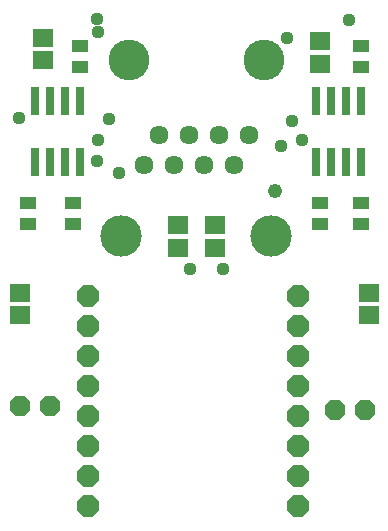
<source format=gts>
G75*
%MOIN*%
%OFA0B0*%
%FSLAX24Y24*%
%IPPOS*%
%LPD*%
%AMOC8*
5,1,8,0,0,1.08239X$1,22.5*
%
%ADD10C,0.1380*%
%ADD11C,0.0634*%
%ADD12C,0.1360*%
%ADD13R,0.0316X0.0946*%
%ADD14R,0.0671X0.0592*%
%ADD15R,0.0552X0.0395*%
%ADD16OC8,0.0674*%
%ADD17OC8,0.0740*%
%ADD18C,0.0440*%
%ADD19C,0.0480*%
D10*
X004066Y010625D03*
X009066Y010625D03*
D11*
X007816Y013000D03*
X006816Y013000D03*
X005816Y013000D03*
X004816Y013000D03*
X005316Y014000D03*
X006316Y014000D03*
X007316Y014000D03*
X008316Y014000D03*
D12*
X008816Y016500D03*
X004316Y016500D03*
D13*
X002691Y015149D03*
X002191Y015149D03*
X001691Y015149D03*
X001191Y015149D03*
X001191Y013101D03*
X001691Y013101D03*
X002191Y013101D03*
X002691Y013101D03*
X010566Y013101D03*
X011066Y013101D03*
X011566Y013101D03*
X012066Y013101D03*
X012066Y015149D03*
X011566Y015149D03*
X011066Y015149D03*
X010566Y015149D03*
D14*
X010691Y016376D03*
X010691Y017124D03*
X001441Y017249D03*
X001441Y016501D03*
X005941Y010999D03*
X007191Y010999D03*
X007191Y010251D03*
X005941Y010251D03*
X000691Y008749D03*
X000691Y008001D03*
X012316Y008001D03*
X012316Y008749D03*
D15*
X012066Y011021D03*
X010691Y011021D03*
X010691Y011729D03*
X012066Y011729D03*
X012066Y016271D03*
X012066Y016979D03*
X002691Y016979D03*
X002691Y016271D03*
X002441Y011729D03*
X002441Y011021D03*
X000941Y011021D03*
X000941Y011729D03*
D16*
X000691Y004975D03*
X001691Y004975D03*
X011191Y004850D03*
X012191Y004850D03*
D17*
X002941Y001625D03*
X002941Y002625D03*
X002941Y003625D03*
X002941Y004625D03*
X002941Y005625D03*
X002941Y006625D03*
X002941Y007625D03*
X002941Y008625D03*
X009941Y008625D03*
X009941Y007625D03*
X009941Y006625D03*
X009941Y005625D03*
X009941Y004625D03*
X009941Y003625D03*
X009941Y002625D03*
X009941Y001625D03*
D18*
X007441Y009525D03*
X006341Y009525D03*
X003991Y012725D03*
X003241Y013125D03*
X003291Y013825D03*
X003641Y014525D03*
X000641Y014575D03*
X003291Y017425D03*
X003241Y017875D03*
X009591Y017225D03*
X011641Y017825D03*
X009741Y014475D03*
X010091Y013825D03*
X009391Y013625D03*
D19*
X009191Y012125D03*
M02*

</source>
